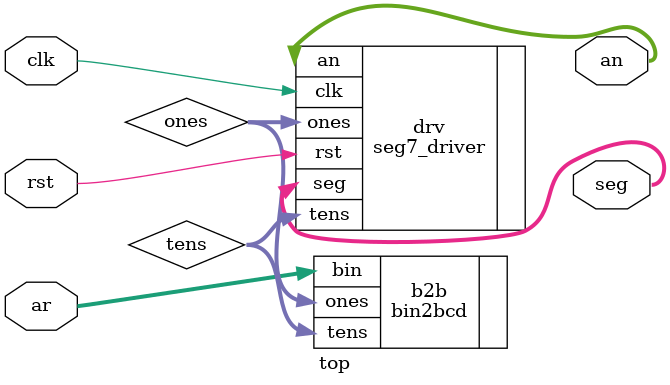
<source format=v>
`timescale 1ns / 1ps


module top (
    input  [3:0] ar,        // switch 4 bit từ Arduino I/O
//    output [3:0] led,       // LED on-board (LD0..LD3)
    input  clk,             // 100MHz clock
    input  rst,             // reset
    output [3:0] an,
    output [6:0] seg 
    );
    wire [3:0] tens, ones;
    
//    assign led[3:0] = ar[3:0];     // hiển thị trực tiếp
    
    bin2bcd b2b(.bin(ar), .tens(tens), .ones(ones));
    seg7_driver drv(.clk(clk), .rst(rst), .tens(tens), .ones(ones), .an(an), .seg(seg));
endmodule



</source>
